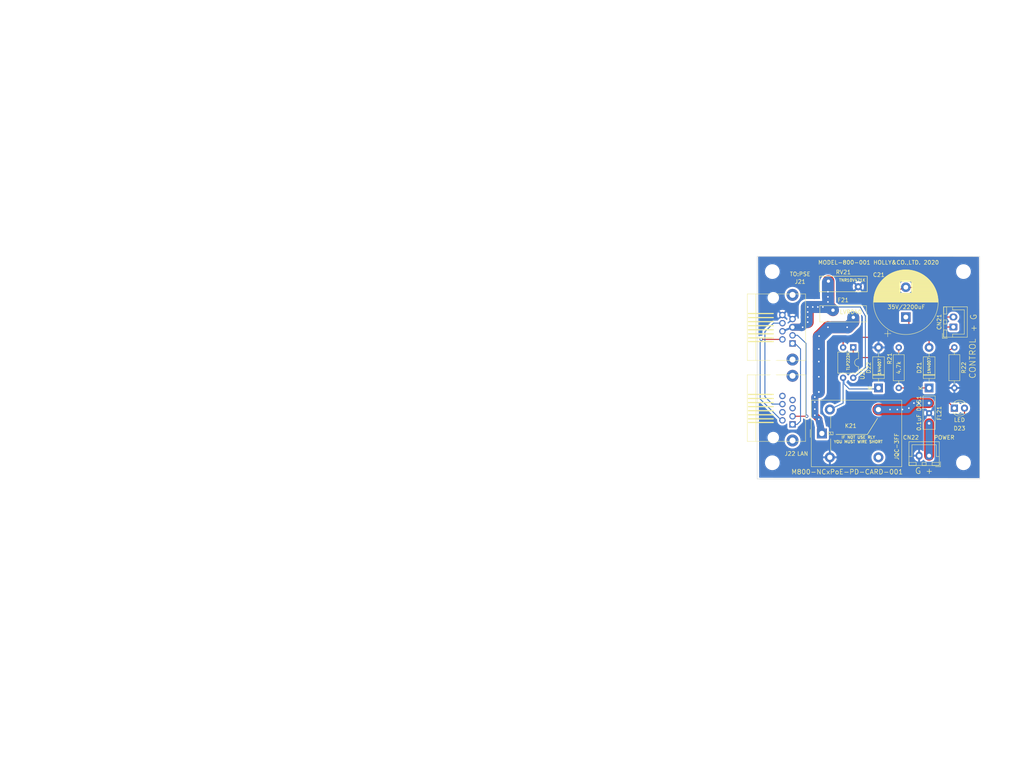
<source format=kicad_pcb>
(kicad_pcb (version 20221018) (generator pcbnew)
  (title_block (title "M800-NCxPoE") (date "2020-06-29") (rev "001"))
  (layers (0 "F.Cu" signal) (31 "B.Cu" signal) (34 "B.Paste" user) (35 "F.Paste" user) (36 "B.SilkS" user "B.Silkscreen") (37 "F.SilkS" user "F.Silkscreen") (38 "B.Mask" user) (39 "F.Mask" user) (44 "Edge.Cuts" user))
  (net 0 "")
  (net 1 "Net-(C21-Pad2)")
  (net 2 "Net-(C21-Pad1)")
  (net 3 "Net-(D22-Pad1)")
  (net 4 "Net-(F21-Pad2)")
  (net 5 "/PD1")
  (net 6 "/PD3")
  (net 7 "/PD2")
  (net 8 "/PD4")
  (net 9 "Net-(J22-Pad8)")
  (net 10 "Net-(J22-Pad4)")
  (net 11 "Net-(J22-Pad7)")
  (net 12 "Net-(J22-Pad5)")
  (net 13 "Net-(K21-Pad3)")
  (net 14 "Net-(R21-Pad2)")
  (net 15 "Net-(CN21-Pad1)")
  (net 16 "Net-(CN22-Pad1)")
  (net 17 "Net-(D23-Pad2)")
  (net 18 "Net-(D23-Pad1)")
  (net 19 "/PD_GND")
  (net 20 "/PD_PWR")
  (footprint "HOLLY:RJ45_Neltron_7810-8P8C" (layer "F.Cu") (at 180.58 74.93 -90)
    (fp_text reference "J21" (at -11.43 -6.745 180) (layer "F.SilkS"))
    (fp_text value "RJ45")
    (pad "" thru_hole circle (at -8.125 -4.84 270) (size 3 3) (drill 1.5) (layers "*.Cu" "*.Mask"))
    (pad "" np_thru_hole circle (at -7.4 0 270) (size 2.4 2.4) (drill 2.4) (layers "*.Cu" "*.Mask"))
    (pad "" np_thru_hole circle (at 7.4 0 270) (size 2.4 2.4) (drill 2.4) (layers "*.Cu" "*.Mask"))
    (pad "" thru_hole circle (at 8.125 -4.84 270) (size 3 3) (drill 1.5) (layers "*.Cu" "*.Mask"))
    (pad "1" thru_hole rect (at 4.08 -4.84 270) (size 1.6 1.6) (drill 1) (layers "*.Cu" "*.Mask") (net 5 "/PD1"))
    (pad "2" thru_hole circle (at 3.06 -2.3 270) (size 1.6 1.6) (drill 1) (layers "*.Cu" "*.Mask") (net 7 "/PD2"))
    (pad "3" thru_hole circle (at 2.04 -4.84 270) (size 1.6 1.6) (drill 1) (layers "*.Cu" "*.Mask") (net 6 "/PD3"))
    (pad "4" thru_hole circle (at 1.02 -2.3 270) (size 1.6 1.6) (drill 1) (layers "*.Cu" "*.Mask") (net 20 "/PD_PWR"))
    (pad "5" thru_hole circle (at 0 -4.84 270) (size 1.6 1.6) (drill 1) (layers "*.Cu" "*.Mask") (net 20 "/PD_PWR"))
    (pad "6" thru_hole circle (at -1.02 -2.3 270) (size 1.6 1.6) (drill 1) (layers "*.Cu" "*.Mask") (net 8 "/PD4"))
    (pad "7" thru_hole circle (at -2.04 -4.84 270) (size 1.6 1.6) (drill 1) (layers "*.Cu" "*.Mask") (net 19 "/PD_GND"))
    (pad "8" thru_hole circle (at -3.06 -2.3 270) (size 1.6 1.6) (drill 1) (layers "*.Cu" "*.Mask") (net 19 "/PD_GND"))
  )
  (footprint "HOLLY:RJ45_Neltron_7810-8P8C" (layer "F.Cu") (at 180.58 95.25 -90)
    (fp_text reference "J22" (at 11.43 -4.205 180) (layer "F.SilkS"))
    (fp_text value "RJ45")
    (pad "" thru_hole circle (at -8.125 -4.84 270) (size 3 3) (drill 1.5) (layers "*.Cu" "*.Mask"))
    (pad "" np_thru_hole circle (at -7.4 0 270) (size 2.4 2.4) (drill 2.4) (layers "*.Cu" "*.Mask"))
    (pad "" np_thru_hole circle (at 7.4 0 270) (size 2.4 2.4) (drill 2.4) (layers "*.Cu" "*.Mask"))
    (pad "" thru_hole circle (at 8.125 -4.84 270) (size 3 3) (drill 1.5) (layers "*.Cu" "*.Mask"))
    (pad "1" thru_hole rect (at 4.08 -4.84 270) (size 1.6 1.6) (drill 1) (layers "*.Cu" "*.Mask") (net 5 "/PD1"))
    (pad "2" thru_hole circle (at 3.06 -2.3 270) (size 1.6 1.6) (drill 1) (layers "*.Cu" "*.Mask") (net 7 "/PD2"))
    (pad "3" thru_hole circle (at 2.04 -4.84 270) (size 1.6 1.6) (drill 1) (layers "*.Cu" "*.Mask") (net 6 "/PD3"))
    (pad "4" thru_hole circle (at 1.02 -2.3 270) (size 1.6 1.6) (drill 1) (layers "*.Cu" "*.Mask") (net 10 "Net-(J22-Pad4)"))
    (pad "5" thru_hole circle (at 0 -4.84 270) (size 1.6 1.6) (drill 1) (layers "*.Cu" "*.Mask") (net 12 "Net-(J22-Pad5)"))
    (pad "6" thru_hole circle (at -1.02 -2.3 270) (size 1.6 1.6) (drill 1) (layers "*.Cu" "*.Mask") (net 8 "/PD4"))
    (pad "7" thru_hole circle (at -2.04 -4.84 270) (size 1.6 1.6) (drill 1) (layers "*.Cu" "*.Mask") (net 11 "Net-(J22-Pad7)"))
    (pad "8" thru_hole circle (at -3.06 -2.3 270) (size 1.6 1.6) (drill 1) (layers "*.Cu" "*.Mask") (net 9 "Net-(J22-Pad8)"))
  )
  (footprint "Resistor_THT:R_Axial_DIN0207_L6.3mm_D2.5mm_P10.16mm_Horizontal" (layer "F.Cu") (at 212.09 90.17 90)
    (fp_text reference "R21" (at 7.366 -2.286 90) (layer "F.SilkS"))
    (fp_text value "4.7k" (at 5.08 0 90) (layer "F.SilkS"))
    (pad "1" thru_hole circle (at 0 0 90) (size 1.6 1.6) (drill 0.8) (layers "*.Cu" "*.Mask") (net 2 "Net-(C21-Pad1)"))
    (pad "2" thru_hole oval (at 10.16 0 90) (size 1.6 1.6) (drill 0.8) (layers "*.Cu" "*.Mask") (net 14 "Net-(R21-Pad2)"))
  )
  (footprint "LED_THT:LED_D3.0mm" (layer "F.Cu") (at 226.06 95.25)
    (fp_text reference "D23" (at 1.27 5.08) (layer "F.SilkS"))
    (fp_text value "LED" (at 1.27 2.96) (layer "F.SilkS"))
    (pad "1" thru_hole rect (at 0 0) (size 1.8 1.8) (drill 0.9) (layers "*.Cu" "*.Mask") (net 18 "Net-(D23-Pad1)"))
    (pad "2" thru_hole circle (at 2.54 0) (size 1.8 1.8) (drill 0.9) (layers "*.Cu" "*.Mask") (net 17 "Net-(D23-Pad2)"))
  )
  (footprint "HOLLY:DSS1" (layer "F.Cu") (at 219.71 96.52 -90)
    (fp_text reference "FL21" (at 0 -2.54 90) (layer "F.SilkS"))
    (fp_text value "0.1uF DDS1" (at 0 2.54 90) (layer "F.SilkS"))
    (pad "1" thru_hole circle (at -2.54 0 270) (size 1.524 1.524) (drill 0.662) (layers "*.Cu" "*.Mask") (net 17 "Net-(D23-Pad2)"))
    (pad "2" thru_hole circle (at 0 0 270) (size 1.524 1.524) (drill 0.662) (layers "*.Cu" "*.Mask") (net 19 "/PD_GND"))
    (pad "3" thru_hole circle (at 2.54 0 270) (size 1.524 1.524) (drill 0.662) (layers "*.Cu" "*.Mask") (net 16 "Net-(CN22-Pad1)"))
  )
  (footprint "Fuse:Fuse_BelFuse_0ZRE0033FF_L11.4mm_W3.8mm" (layer "F.Cu") (at 195.58 70.6628)
    (fp_text reference "F21" (at 2.54 -2.54) (layer "F.SilkS"))
    (fp_text value "LVR040" (at 4.4704 0.4572) (layer "F.SilkS"))
    (pad "1" thru_hole circle (at 0 0) (size 1.4 1.4) (drill 0.85) (layers "*.Cu" "*.Mask") (net 20 "/PD_PWR"))
    (pad "2" thru_hole circle (at 5.1 1.8) (size 1.4 1.4) (drill 0.85) (layers "*.Cu" "*.Mask") (net 4 "Net-(F21-Pad2)"))
  )
  (footprint "Diode_THT:D_DO-41_SOD81_P10.16mm_Horizontal" (layer "F.Cu") (at 219.71 90.17 90)
    (fp_text reference "D21" (at 5.08 -2.47 90) (layer "F.SilkS"))
    (fp_text value "1N4007" (at 5.588 0 90) (layer "F.SilkS") (effects (font (size 0.7 0.7))))
    (fp_text user "K" (at 0 -2.1 90) (layer "F.SilkS"))
    (pad "1" thru_hole rect (at 0 0 90) (size 2.2 2.2) (drill 1.1) (layers "*.Cu" "*.Mask") (net 2 "Net-(C21-Pad1)"))
    (pad "2" thru_hole oval (at 10.16 0 90) (size 2.2 2.2) (drill 1.1) (layers "*.Cu" "*.Mask") (net 15 "Net-(CN21-Pad1)"))
  )
  (footprint "Diode_THT:D_DO-41_SOD81_P10.16mm_Horizontal" (layer "F.Cu") (at 207.01 90.17 90)
    (fp_text reference "D22" (at 5.08 -2.47 90) (layer "F.SilkS"))
    (fp_text value "1N4007" (at 5.334 0.254 90) (layer "F.SilkS") (effects (font (size 0.7 0.7))))
    (fp_text user "K" (at 0 -2.1 90) (layer "F.SilkS"))
    (pad "1" thru_hole rect (at 0 0 90) (size 2.2 2.2) (drill 1.1) (layers "*.Cu" "*.Mask") (net 3 "Net-(D22-Pad1)"))
    (pad "2" thru_hole oval (at 10.16 0 90) (size 2.2 2.2) (drill 1.1) (layers "*.Cu" "*.Mask") (net 19 "/PD_GND"))
  )
  (footprint "Connector_JST:JST_XH_B2B-XH-A_1x02_P2.50mm_Vertical" (layer "F.Cu") (at 219.71 107.188 180)
    (fp_text reference "CN22" (at 4.572 4.572 180) (layer "F.SilkS"))
    (fp_text value "02-XH-A")
    (pad "1" thru_hole roundrect (at 0 0 180) (size 1.7 2) (drill 1) (layers "*.Cu" "*.Mask") (roundrect_rratio 0.147059) (net 16 "Net-(CN22-Pad1)"))
    (pad "2" thru_hole oval (at 2.5 0 180) (size 1.7 2) (drill 1) (layers "*.Cu" "*.Mask") (net 19 "/PD_GND"))
  )
  (footprint "MountingHole:MountingHole_3.2mm_M3" (layer "F.Cu") (at 180.34 108.96)
    (fp_text reference "REF**" hide)
    (fp_text value "MountingHole_3.2mm_M3" hide)
    (pad "" np_thru_hole circle (at 0 0) (size 3.2 3.2) (drill 3.2) (layers "*.Cu" "*.Mask"))
  )
  (footprint "Resistor_THT:R_Axial_DIN0207_L6.3mm_D2.5mm_P10.16mm_Horizontal" (layer "F.Cu") (at 226.06 80.01 -90)
    (fp_text reference "R22" (at 5.08 -2.37 90) (layer "F.SilkS"))
    (fp_text value "R_US" hide)
    (pad "1" thru_hole circle (at 0 0 270) (size 1.6 1.6) (drill 0.8) (layers "*.Cu" "*.Mask") (net 18 "Net-(D23-Pad1)"))
    (pad "2" thru_hole oval (at 10.16 0 270) (size 1.6 1.6) (drill 0.8) (layers "*.Cu" "*.Mask") (net 19 "/PD_GND"))
  )
  (footprint "MountingHole:MountingHole_3.2mm_M3" (layer "F.Cu") (at 180.34 60.96)
    (fp_text reference "REF**" hide)
    (fp_text value "MountingHole_3.2mm_M3" hide)
    (pad "" np_thru_hole circle (at 0 0) (size 3.2 3.2) (drill 3.2) (layers "*.Cu" "*.Mask"))
  )
  (footprint "Relay_THT:Relay_SPDT_Omron-G5LE-1" (layer "F.Cu") (at 192.786 101.6 90)
    (fp_text reference "K21" (at 1.905 7.239 180) (layer "F.SilkS"))
    (fp_text value "JQC-3FF" (at -3.302 18.796 90) (layer "F.SilkS"))
    (pad "1" thru_hole rect (at 0 0 90) (size 2.5 2.5) (drill 1.3) (layers "*.Cu" "*.Mask") (net 4 "Net-(F21-Pad2)"))
    (pad "2" thru_hole oval (at -6 2 90) (size 2.5 2.5) (drill 1.3) (layers "*.Cu" "*.Mask") (net 19 "/PD_GND"))
    (pad "3" thru_hole oval (at -6 14.2 90) (size 2.5 2.5) (drill 1.3) (layers "*.Cu" "*.Mask") (net 13 "Net-(K21-Pad3)"))
    (pad "4" thru_hole oval (at 6 14.2 90) (size 2.5 2.5) (drill 1.3) (layers "*.Cu" "*.Mask") (net 17 "Net-(D23-Pad2)"))
    (pad "5" thru_hole oval (at 6 2 90) (size 2.5 2.5) (drill 1.3) (layers "*.Cu" "*.Mask") (net 3 "Net-(D22-Pad1)"))
  )
  (footprint "MountingHole:MountingHole_3.2mm_M3" (layer "F.Cu") (at 228.34 60.96)
    (fp_text reference "REF**" hide)
    (fp_text value "MountingHole_3.2mm_M3" hide)
    (pad "" np_thru_hole circle (at 0 0) (size 3.2 3.2) (drill 3.2) (layers "*.Cu" "*.Mask"))
  )
  (footprint "MountingHole:MountingHole_3.2mm_M3" (layer "F.Cu") (at 228.34 108.96)
    (fp_text reference "REF**" hide)
    (fp_text value "MountingHole_3.2mm_M3" hide)
    (pad "" np_thru_hole circle (at 0 0) (size 3.2 3.2) (drill 3.2) (layers "*.Cu" "*.Mask"))
  )
  (footprint "Connector_JST:JST_XH_B2B-XH-A_1x02_P2.50mm_Vertical" (layer "F.Cu") (at 225.806 74.8665 90)
    (fp_text reference "CN21" (at 1.25 -3.55 90) (layer "F.SilkS"))
    (fp_text value "02-XH-A")
    (pad "1" thru_hole roundrect (at 0 0 90) (size 1.7 2) (drill 1) (layers "*.Cu" "*.Mask") (roundrect_rratio 0.147059) (net 15 "Net-(CN21-Pad1)"))
    (pad "2" thru_hole oval (at 2.5 0 90) (size 1.7 2) (drill 1) (layers "*.Cu" "*.Mask") (net 1 "Net-(C21-Pad2)"))
  )
  (footprint "Capacitor_THT:CP_Radial_D16.0mm_P7.50mm" (layer "F.Cu") (at 213.868 72.39 90)
    (fp_text reference "C21" (at 10.6172 -6.7818 180) (layer "F.SilkS"))
    (fp_text value "35V/2200uF" (at 2.54 0.127 180) (layer "F.SilkS"))
    (pad "1" thru_hole rect (at 0 0 90) (size 2.4 2.4) (drill 1.2) (layers "*.Cu" "*.Mask") (net 2 "Net-(C21-Pad1)"))
    (pad "2" thru_hole circle (at 7.5 0 90) (size 2.4 2.4) (drill 1.2) (layers "*.Cu" "*.Mask") (net 1 "Net-(C21-Pad2)"))
  )
  (footprint "Varistor:RV_Disc_D12mm_W3.9mm_P7.5mm" (layer "F.Cu") (at 201.93 64.77 180)
    (fp_text reference "RV21" (at 3.75 3.65) (layer "F.SilkS"))
    (fp_text value "TNR10V471K" (at 1.524 1.651) (layer "F.SilkS") (effects (font (size 0.7 0.7))))
    (pad "1" thru_hole circle (at 0 0 180) (size 1.8 1.8) (drill 0.8) (layers "*.Cu" "*.Mask") (net 19 "/PD_GND"))
    (pad "2" thru_hole circle (at 7.5 1.4 180) (size 1.8 1.8) (drill 0.8) (layers "*.Cu" "*.Mask") (net 20 "/PD_PWR"))
  )
  (footprint "Package_DIP:DIP-4_W7.62mm" (layer "F.Cu") (at 200.66 80.01 -90)
    (fp_text reference "U21" (at 6.604 -2.33 90) (layer "F.SilkS"))
    (fp_text value "TLP222A" (at 3.556 1.27 90) (layer "F.SilkS") (effects (font (size 0.7 0.7))))
    (pad "1" thru_hole rect (at 0 0 270) (size 1.6 1.6) (drill 0.8) (layers "*.Cu" "*.Mask") (net 14 "Net-(R21-Pad2)"))
    (pad "2" thru_hole oval (at 0 2.54 270) (size 1.6 1.6) (drill 0.8) (layers "*.Cu" "*.Mask") (net 1 "Net-(C21-Pad2)"))
    (pad "3" thru_hole oval (at 7.62 2.54 270) (size 1.6 1.6) (drill 0.8) (layers "*.Cu" "*.Mask") (net 3 "Net-(D22-Pad1)"))
    (pad "4" thru_hole oval (at 7.62 0 270) (size 1.6 1.6) (drill 0.8) (layers "*.Cu" "*.Mask") (net 20 "/PD_PWR"))
  )
  (footprint "" (layer "F.Cu") (at 86.995 73.025)
    (fp_text reference "" (at 122.07 111.81) (layer "F.SilkS") (effects (font (size 1.27 1.27))))
    (fp_text value "" (at 122.07 111.81) (layer "F.SilkS") (effects (font (size 1.27 1.27))))
  )
  (footprint "" (layer "F.Cu") (at 22.86 -6.985)
    (fp_text reference "" (at 80.645 50.165) (layer "F.SilkS") (effects (font (size 1.27 1.27))))
    (fp_text value "" (at 80.645 50.165) (layer "F.SilkS") (effects (font (size 1.27 1.27))))
  )
  (footprint "" (layer "F.Cu") (at 85.09 73.025)
    (fp_text reference "" (at 122.07 111.81) (layer "F.SilkS") (effects (font (size 1.27 1.27))))
    (fp_text value "" (at 122.07 111.81) (layer "F.SilkS") (effects (font (size 1.27 1.27))))
  )
  (footprint "" (layer "F.Cu") (at 85.09 73.025)
    (fp_text reference "" (at 122.07 111.81) (layer "F.SilkS") (effects (font (size 1.27 1.27))))
    (fp_text value "" (at 122.07 111.81) (layer "F.SilkS") (effects (font (size 1.27 1.27))))
  )
  (footprint "" (layer "F.Cu") (at -13.335 -2.54)
    (fp_text reference "" (at 104.775 86.995) (layer "F.SilkS") (effects (font (size 1.27 1.27))))
    (fp_text value "" (at 104.775 86.995) (layer "F.SilkS") (effects (font (size 1.27 1.27))))
  )
  (gr_line (start 206.756 97.79) (end 204.216 101.854) (stroke (width 0.15)) (layer "F.SilkS"))
  (gr_line (start 204.216 101.854) (end 196.342 101.854) (stroke (width 0.15)) (layer "F.SilkS"))
  (gr_line (start 176.53 113.03) (end 232.41 113.03) (stroke (width 0.1)) (layer "Edge.Cuts"))
  (gr_line (start 232.41 113.03) (end 232.41 57.15) (stroke (width 0.1)) (layer "Edge.Cuts"))
  (gr_line (start 232.41 57.15) (end 176.53 57.15) (stroke (width 0.1)) (layer "Edge.Cuts"))
  (gr_line (start 176.53 113.03) (end 176.53 57.15) (stroke (width 0.1)) (layer "Edge.Cuts"))
  (gr_text "IF NOT USE RLY\nYOU MUST WIRE SHORT" (at 201.93 103.124) (layer "F.SilkS") (effects (font (size 0.7 0.7))))
  (gr_text "M800-NCxPoE-PD-CARD-001" (at 199.136 111.252) (layer "F.SilkS") (effects (font (size 1.2 1.2))))
  (gr_text "MODEL-800-001 HOLLY&CO.,LTD. 2020" (at 207.01 58.674) (layer "F.SilkS") (effects (font (size 1 1))))
  (gr_text "POWER" (at 223.52 102.616) (layer "F.SilkS") (effects (font (size 1 1))))
  (gr_text "G +" (at 218.44 110.998) (layer "F.SilkS") (effects (font (size 1.5 1.5))))
  (gr_text "CONTROL" (at 230.632 82.804 90) (layer "F.SilkS") (effects (font (size 1.5 1.5))))
  (gr_text " + G" (at 230.886 74.422 90) (layer "F.SilkS") (effects (font (size 1.5 1.5))))
  (gr_text "LAN" (at 187.96 106.68) (layer "F.SilkS") (effects (font (size 1 1))))
  (gr_text "TO:PSE" (at 187.325 61.595) (layer "F.SilkS") (effects (font (size 1 1))))
  (segment (start 221.02 72.39) (end 225.806 72.3665) (width 0.25) (layer "F.Cu") (net 1))
  (segment (start 210.82 66.04) (end 213.868 64.89) (width 0.25) (layer "F.Cu") (net 1))
  (segment (start 219.71 66.04) (end 219.71 71.12) (width 0.25) (layer "F.Cu") (net 1))
  (segment (start 199.39 77.47) (end 208.28 77.47) (width 0.25) (layer "F.Cu") (net 1))
  (segment (start 213.868 64.89) (end 218.7632 65.0932) (width 0.25) (layer "F.Cu") (net 1))
  (segment (start 219.71 71.12) (end 221.02 72.39) (width 0.25) (layer "F.Cu") (net 1))
  (segment (start 218.7632 65.0932) (end 219.71 66.04) (width 0.25) (layer "F.Cu") (net 1))
  (segment (start 198.12 80.01) (end 198.12 78.74) (width 0.25) (layer "F.Cu") (net 1))
  (segment (start 198.12 78.74) (end 199.39 77.47) (width 0.25) (layer "F.Cu") (net 1))
  (segment (start 208.28 77.47) (end 210.82 74.93) (width 0.25) (layer "F.Cu") (net 1))
  (segment (start 210.82 74.93) (end 210.82 66.04) (width 0.25) (layer "F.Cu") (net 1))
  (segment (start 214.63 72.5932) (end 214.63 90.17) (width 0.25) (layer "F.Cu") (net 2))
  (segment (start 219.71 90.17) (end 214.63 90.17) (width 0.25) (layer "F.Cu") (net 2))
  (segment (start 214.63 90.17) (end 212.09 90.17) (width 0.25) (layer "F.Cu") (net 2))
  (segment (start 199.644 90.424) (end 207.264 90.424) (width 0.25) (layer "B.Cu") (net 3))
  (segment (start 198.12 87.884) (end 198.12 93.98) (width 0.25) (layer "B.Cu") (net 3))
  (segment (start 198.33772 87.839579) (end 198.33772 89.109579) (width 0.25) (layer "B.Cu") (net 3))
  (segment (start 198.351683 89.133495) (end 199.621683 90.403495) (width 0.25) (layer "B.Cu") (net 3))
  (segment (start 198.12 93.98) (end 194.786 95.6) (width 0.25) (layer "B.Cu") (net 3))
  (segment (start 192.024 91.186) (end 192.024 91.186) (width 1.75) (layer "F.Cu") (net 4))
  (segment (start 194.31 74.93) (end 192.0875 77.1525) (width 3) (layer "F.Cu") (net 4))
  (segment (start 192.0875 77.1525) (end 192.024 77.216) (width 3) (layer "F.Cu") (net 4))
  (segment (start 200.68 72.4628) (end 200.68 73.64) (width 3) (layer "F.Cu") (net 4))
  (segment (start 194.31 74.93) (end 194.31 74.93) (width 3) (layer "F.Cu") (net 4))
  (segment (start 191.008 92.456) (end 191.008 97.028) (width 1.75) (layer "F.Cu") (net 4))
  (segment (start 199.39 74.93) (end 194.31 74.93) (width 3) (layer "F.Cu") (net 4))
  (segment (start 192.024 98.044) (end 192.786 101.6) (width 1.75) (layer "F.Cu") (net 4))
  (segment (start 191.008 97.028) (end 192.024 98.044) (width 1.75) (layer "F.Cu") (net 4))
  (segment (start 192.024 91.44) (end 191.008 92.456) (width 1.75) (layer "F.Cu") (net 4))
  (segment (start 200.68 73.64) (end 199.39 74.93) (width 3) (layer "F.Cu") (net 4))
  (segment (start 192.024 98.044) (end 192.024 98.044) (width 1.75) (layer "F.Cu") (net 4))
  (segment (start 192.024 77.216) (end 192.024 91.186) (width 3) (layer "F.Cu") (net 4))
  (via (at 192.024 83.566) (size 0.8) (drill 0.4) (layers "F.Cu" "B.Cu") (net 4))
  (via (at 191.008 95.504) (size 0.8) (drill 0.4) (layers "F.Cu" "B.Cu") (net 4))
  (via (at 192.0875 77.1525) (size 0.8) (drill 0.4) (layers "F.Cu" "B.Cu") (net 4))
  (via (at 194.31 74.93) (size 0.8) (drill 0.4) (layers "F.Cu" "B.Cu") (net 4))
  (via (at 191.008 92.456) (size 0.8) (drill 0.4) (layers "F.Cu" "B.Cu") (net 4))
  (via (at 192.024 91.186) (size 0.8) (drill 0.4) (layers "F.Cu" "B.Cu") (net 4))
  (via (at 191.008 97.028) (size 0.8) (drill 0.4) (layers "F.Cu" "B.Cu") (net 4))
  (via (at 192.024 87.376) (size 0.8) (drill 0.4) (layers "F.Cu" "B.Cu") (net 4))
  (via (at 192.024 91.186) (size 0.8) (drill 0.4) (layers "F.Cu" "B.Cu") (net 4))
  (via (at 191.008 93.726) (size 0.8) (drill 0.4) (layers "F.Cu" "B.Cu") (net 4))
  (via (at 192.024 80.391) (size 0.8) (drill 0.4) (layers "F.Cu" "B.Cu") (net 4))
  (via (at 192.024 98.044) (size 0.8) (drill 0.4) (layers "F.Cu" "B.Cu") (net 4))
  (via (at 199.136 74.93) (size 0.8) (drill 0.4) (layers "F.Cu" "B.Cu") (net 4))
  (segment (start 193.887701 75.777701) (end 192.617701 77.047701) (width 3) (layer "B.Cu") (net 4))
  (segment (start 192.617701 77.047701) (end 192.146827 77.518574) (width 1.75) (layer "B.Cu") (net 4))
  (segment (start 199.136 74.93) (end 195.326 74.93) (width 3) (layer "B.Cu") (net 4))
  (segment (start 192.024 80.391) (end 192.024 83.566) (width 3) (layer "B.Cu") (net 4))
  (segment (start 192.024 83.566) (end 192.024 87.376) (width 3) (layer "B.Cu") (net 4))
  (segment (start 192.024 87.376) (end 192.024 91.186) (width 3) (layer "B.Cu") (net 4))
  (segment (start 191.008 93.726) (end 191.008 92.456) (width 1.75) (layer "B.Cu") (net 4))
  (segment (start 192.024 98.044) (end 192.786 101.6) (width 1.75) (layer "B.Cu") (net 4))
  (segment (start 191.008 95.504) (end 191.008 93.726) (width 1.75) (layer "B.Cu") (net 4))
  (segment (start 200.572628 73.704587) (end 199.282628 74.994587) (width 3) (layer "B.Cu") (net 4))
  (segment (start 194.686827 74.978574) (end 193.887701 75.777701) (width 3) (layer "B.Cu") (net 4))
  (segment (start 191.008 97.028) (end 191.008 95.504) (width 1.75) (layer "B.Cu") (net 4))
  (segment (start 192.024 77.47) (end 192.024 77.47) (width 3) (layer "B.Cu") (net 4))
  (segment (start 192.024 77.47) (end 192.024 80.391) (width 3) (layer "B.Cu") (net 4))
  (segment (start 199.136 74.93) (end 199.136 74.93) (width 3) (layer "B.Cu") (net 4))
  (segment (start 200.66 72.4628) (end 200.66 73.64) (width 3) (layer "B.Cu") (net 4))
  (segment (start 185.42 79.01) (end 186.0456 79.01) (width 0.25) (layer "B.Cu") (net 5))
  (segment (start 186.0456 79.01) (end 187.4266 80.391) (width 0.25) (layer "B.Cu") (net 5))
  (segment (start 187.4266 98.4758) (end 186.5724 99.33) (width 0.25) (layer "B.Cu") (net 5))
  (segment (start 187.4266 80.391) (end 187.4266 98.4758) (width 0.25) (layer "B.Cu") (net 5))
  (segment (start 186.5724 99.33) (end 185.42 99.33) (width 0.25) (layer "B.Cu") (net 5))
  (segment (start 185.42 97.29) (end 188.976 97.282) (width 0.25) (layer "F.Cu") (net 6))
  (via (at 188.976 97.282) (size 0.8) (drill 0.4) (layers "F.Cu" "B.Cu") (net 6))
  (segment (start 188.7982 97.282) (end 188.7982 97.282) (width 0.25) (layer "B.Cu") (net 6))
  (segment (start 185.42 76.97) (end 186.69 76.97) (width 0.25) (layer "B.Cu") (net 6))
  (segment (start 188.7982 78.9686) (end 188.7982 97.282) (width 0.25) (layer "B.Cu") (net 6))
  (segment (start 186.69 76.97) (end 188.7982 78.9686) (width 0.25) (layer "B.Cu") (net 6))
  (segment (start 182.88 77.99) (end 177.661 77.99) (width 0.25) (layer "F.Cu") (net 7))
  (via (at 177.546 77.978) (size 0.8) (drill 0.4) (layers "F.Cu" "B.Cu") (net 7))
  (segment (start 177.546 78.486) (end 177.292 78.74) (width 0.25) (layer "B.Cu") (net 7))
  (segment (start 182.626 98.298) (end 177.292 92.964) (width 0.25) (layer "B.Cu") (net 7))
  (segment (start 177.292 92.976) (end 177.292 78.74) (width 0.25) (layer "B.Cu") (net 7))
  (segment (start 177.546 77.978) (end 177.546 78.486) (width 0.25) (layer "B.Cu") (net 7))
  (segment (start 180.725 73.91) (end 182.88 73.91) (width 0.25) (layer "B.Cu") (net 8))
  (segment (start 182.757 94.23) (end 180.34 94.23) (width 0.25) (layer "B.Cu") (net 8))
  (segment (start 178.480616 92.306702) (end 178.480616 76.02958) (width 0.25) (layer "B.Cu") (net 8))
  (segment (start 180.34 94.23) (end 178.439 92.329) (width 0.25) (layer "B.Cu") (net 8))
  (segment (start 178.492521 76.059881) (end 180.655521 73.896881) (width 0.25) (layer "B.Cu") (net 8))
  (segment (start 201.93 82.55) (end 210.82 82.55) (width 0.25) (layer "F.Cu") (net 14))
  (segment (start 212.09 81.28) (end 212.09 80.01) (width 0.25) (layer "F.Cu") (net 14))
  (segment (start 200.66 80.01) (end 200.66 81.28) (width 0.25) (layer "F.Cu") (net 14))
  (segment (start 200.66 81.28) (end 201.93 82.55) (width 0.25) (layer "F.Cu") (net 14))
  (segment (start 210.82 82.55) (end 212.09 81.28) (width 0.25) (layer "F.Cu") (net 14))
  (segment (start 225.806 74.8665) (end 220.98 74.93) (width 0.25) (layer "F.Cu") (net 15))
  (segment (start 220.98 74.93) (end 219.71 76.2) (width 0.25) (layer "F.Cu") (net 15))
  (segment (start 219.71 76.2) (end 219.71 80.01) (width 0.25) (layer "F.Cu") (net 15))
  (segment (start 219.71 99.06) (end 219.71 107.188) (width 2.5) (layer "F.Cu") (net 16))
  (segment (start 219.71 99.06) (end 219.71 107.188) (width 1.75) (layer "B.Cu") (net 16))
  (segment (start 224.79 99.06) (end 223.52 97.79) (width 0.25) (layer "F.Cu") (net 17))
  (segment (start 223.52 96.52) (end 222.885 95.25) (width 0.25) (layer "F.Cu") (net 17))
  (segment (start 228.6 98.1075) (end 227.33 99.06) (width 0.25) (layer "F.Cu") (net 17))
  (segment (start 228.6 95.25) (end 228.6 98.1075) (width 0.25) (layer "F.Cu") (net 17))
  (segment (start 222.885 95.25) (end 220.98 95.25) (width 0.25) (layer "F.Cu") (net 17))
  (segment (start 220.98 95.25) (end 219.71 93.98) (width 0.25) (layer "F.Cu") (net 17))
  (segment (start 227.33 99.06) (end 224.79 99.06) (width 0.25) (layer "F.Cu") (net 17))
  (segment (start 223.52 97.79) (end 223.52 96.52) (width 0.25) (layer "F.Cu") (net 17))
  (segment (start 211.74 95.6) (end 214.28 95.6) (width 3) (layer "F.Cu") (net 17))
  (segment (start 214.63 95.25) (end 215.9 93.98) (width 3) (layer "F.Cu") (net 17))
  (segment (start 215.9 93.98) (end 217.17 93.98) (width 3) (layer "F.Cu") (net 17))
  (segment (start 217.17 93.98) (end 219.71 93.98) (width 2.5) (layer "F.Cu") (net 17))
  (segment (start 215.9 93.98) (end 215.9 93.98) (width 1.75) (layer "F.Cu") (net 17))
  (segment (start 206.986 95.6) (end 211.74 95.6) (width 3) (layer "F.Cu") (net 17))
  (segment (start 214.28 95.6) (end 214.63 95.25) (width 1.75) (layer "F.Cu") (net 17))
  (via (at 214.63 95.25) (size 0.8) (drill 0.4) (layers "F.Cu" "B.Cu") (net 17))
  (via (at 215.9 93.98) (size 0.8) (drill 0.4) (layers "F.Cu" "B.Cu") (net 17))
  (via (at 209.895804 95.595804) (size 0.8) (drill 0.4) (layers "F.Cu" "B.Cu") (net 17))
  (via (at 211.74 95.6) (size 0.8) (drill 0.4) (layers "F.Cu" "B.Cu") (net 17))
  (via (at 213.018698 95.591302) (size 0.8) (drill 0.4) (layers "F.Cu" "B.Cu") (net 17))
  (via (at 217.17 93.98) (size 0.8) (drill 0.4) (layers "F.Cu" "B.Cu") (net 17))
  (segment (start 213.018698 95.591302) (end 214.342088 95.591302) (width 1.75) (layer "B.Cu") (net 17))
  (segment (start 209.895804 95.595804) (end 213.018698 95.591302) (width 1.75) (layer "B.Cu") (net 17))
  (segment (start 206.986 95.6) (end 209.895804 95.595804) (width 1.75) (layer "B.Cu") (net 17))
  (segment (start 214.28 95.6) (end 215.9 93.98) (width 1.75) (layer "B.Cu") (net 17))
  (segment (start 215.9 93.98) (end 219.71 93.98) (width 1.75) (layer "B.Cu") (net 17))
  (segment (start 223.52 92.71) (end 224.79 93.98) (width 0.25) (layer "F.Cu") (net 18))
  (segment (start 224.79 93.98) (end 226.06 95.25) (width 0.25) (layer "F.Cu") (net 18))
  (segment (start 226.06 80.01) (end 223.52 81.28) (width 0.25) (layer "F.Cu") (net 18))
  (segment (start 223.52 81.28) (end 223.52 92.71) (width 0.25) (layer "F.Cu") (net 18))
  (segment (start 189.23 73.66) (end 187.96 74.93) (width 1.75) (layer "F.Cu") (net 20))
  (segment (start 194.43 69.73) (end 194.31 69.85) (width 1.75) (layer "F.Cu") (net 20))
  (segment (start 187.96 74.93) (end 185.42 74.93) (width 1.75) (layer "F.Cu") (net 20))
  (segment (start 189.23 69.85) (end 189.23 73.66) (width 3) (layer "F.Cu") (net 20))
  (segment (start 194.31 69.85) (end 189.23 69.85) (width 3) (layer "F.Cu") (net 20))
  (segment (start 194.43 63.37) (end 194.43 69.73) (width 3) (layer "F.Cu") (net 20))
  (segment (start 194.31 69.85) (end 194.7672 69.85) (width 1.75) (layer "F.Cu") (net 20))
  (segment (start 194.7672 69.85) (end 195.58 70.6628) (width 3) (layer "F.Cu") (net 20))
  (via (at 189.23 69.85) (size 0.8) (drill 0.4) (layers "F.Cu" "B.Cu") (net 20))
  (via (at 189.23 71.12) (size 0.8) (drill 0.4) (layers "F.Cu" "B.Cu") (net 20))
  (via (at 191.77 69.85) (size 0.8) (drill 0.4) (layers "F.Cu" "B.Cu") (net 20))
  (via (at 190.5 69.85) (size 0.8) (drill 0.4) (layers "F.Cu" "B.Cu") (net 20))
  (via (at 189.23 72.39) (size 0.8) (drill 0.4) (layers "F.Cu" "B.Cu") (net 20))
  (via (at 189.23 73.66) (size 0.8) (drill 0.4) (layers "F.Cu" "B.Cu") (net 20))
  (via (at 187.96 74.93) (size 0.8) (drill 0.4) (layers "F.Cu" "B.Cu") (net 20))
  (via (at 194.31 66.04) (size 0.8) (drill 0.4) (layers "F.Cu" "B.Cu") (net 20))
  (via (at 193.04 69.85) (size 0.8) (drill 0.4) (layers "F.Cu" "B.Cu") (net 20))
  (via (at 194.31 68.58) (size 0.8) (drill 0.4) (layers "F.Cu" "B.Cu") (net 20))
  (via (at 194.31 67.31) (size 0.8) (drill 0.4) (layers "F.Cu" "B.Cu") (net 20))
  (segment (start 194.35644 68.833585) (end 194.35644 67.563585) (width 3) (layer "B.Cu") (net 20))
  (segment (start 192.786 69.85) (end 194.056 69.85) (width 3) (layer "B.Cu") (net 20))
  (segment (start 191.262 69.85) (end 192.532 69.85) (width 3) (layer "B.Cu") (net 20))
  (segment (start 189.23 69.85) (end 190.5 69.85) (width 1.75) (layer "B.Cu") (net 20))
  (segment (start 188.976 69.85) (end 188.976 71.12) (width 3) (layer "B.Cu") (net 20))
  (segment (start 188.976 71.12) (end 188.976 72.39) (width 3) (layer "B.Cu") (net 20))
  (segment (start 188.976 72.39) (end 188.976 73.66) (width 3) (layer "B.Cu") (net 20))
  (segment (start 188.976 73.66) (end 187.706 74.93) (width 2) (layer "B.Cu") (net 20))
  (segment (start 187.96 74.93) (end 185.42 74.93) (width 1.75) (layer "B.Cu") (net 20))
  (segment (start 182.88 75.95) (end 185.42 74.93) (width 0.5) (layer "B.Cu") (net 20))
  (segment (start 195.1228 69.85) (end 194.31 70.6628) (width 0.25) (layer "B.Cu") (net 20))
  (segment (start 194.31 67.31) (end 194.294813 63.657778) (width 3) (layer "B.Cu") (net 20))
  (segment (start 200.66 87.63) (end 203.708 85.09) (width 0.25) (layer "B.Cu") (net 20))
  (segment (start 202.438 69.85) (end 195.1228 69.85) (width 0.25) (layer "B.Cu") (net 20))
  (segment (start 194.31 69.7992) (end 195.58 70.612) (width 3) (layer "B.Cu") (net 20))
  (segment (start 189.23 69.85) (end 190.5 69.85) (width 3) (layer "B.Cu") (net 20))
  (segment (start 203.708 85.09) (end 203.708 72.136) (width 0.25) (layer "B.Cu") (net 20))
  (segment (start 203.708 72.136) (end 202.438 69.85) (width 0.25) (layer "B.Cu") (net 20))
  (zone (net 19) (net_name "/PD_GND") (layer "B.Cu") (connect_pads (clearance 0.508)) (min_thickness 0.254) (fill yes (thermal_gap 0.508) (thermal_bridge_width 0.508))
    (polygon (pts (xy 232.4735 112.80775) (xy 177.038 112.7125) (xy 176.784 57.15) (xy 232.2195 57.24525)))
  )
)
</source>
